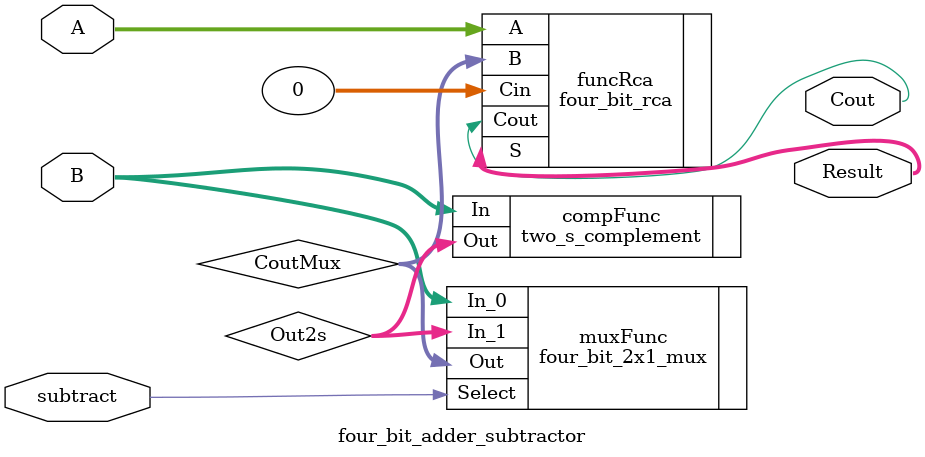
<source format=v>
module four_bit_adder_subtractor(A, B, subtract, Result, Cout);
    input [3:0] A;
    input [3:0] B;
    input subtract;
    output [3:0] Result;
    output Cout;

    // Your code goes here.  DO NOT change anything that is already given! Otherwise, you will not be able to pass the tests!

    // 2S COMPLEMENT PART
    wire [3:0]Out2s;
    
    two_s_complement compFunc (  .In(B) , .Out(Out2s) ) ;

    // MUX PART

    wire [3:0]CoutMux; 

    four_bit_2x1_mux muxFunc ( .In_0(B) , .In_1(Out2s) , .Select(subtract) , .Out(CoutMux) );

    // 4 bit full adder part

    four_bit_rca funcRca ( .A(A) , .B(CoutMux) , .Cin(0) , .S(Result) , .Cout(Cout) );


endmodule
</source>
